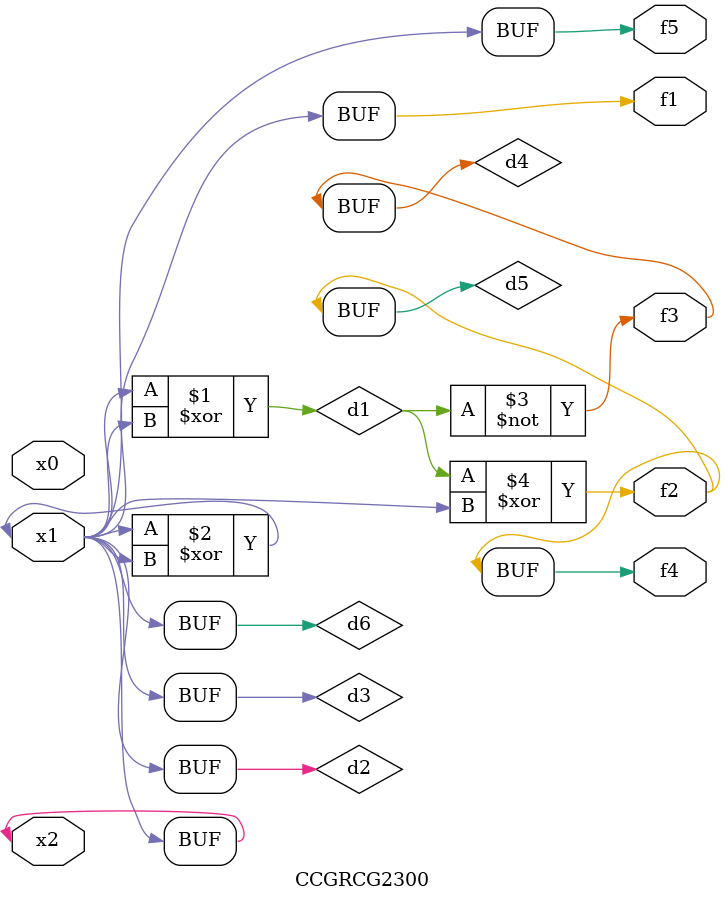
<source format=v>
module CCGRCG2300(
	input x0, x1, x2,
	output f1, f2, f3, f4, f5
);

	wire d1, d2, d3, d4, d5, d6;

	xor (d1, x1, x2);
	buf (d2, x1, x2);
	xor (d3, x1, x2);
	nor (d4, d1);
	xor (d5, d1, d2);
	buf (d6, d2, d3);
	assign f1 = d6;
	assign f2 = d5;
	assign f3 = d4;
	assign f4 = d5;
	assign f5 = d6;
endmodule

</source>
